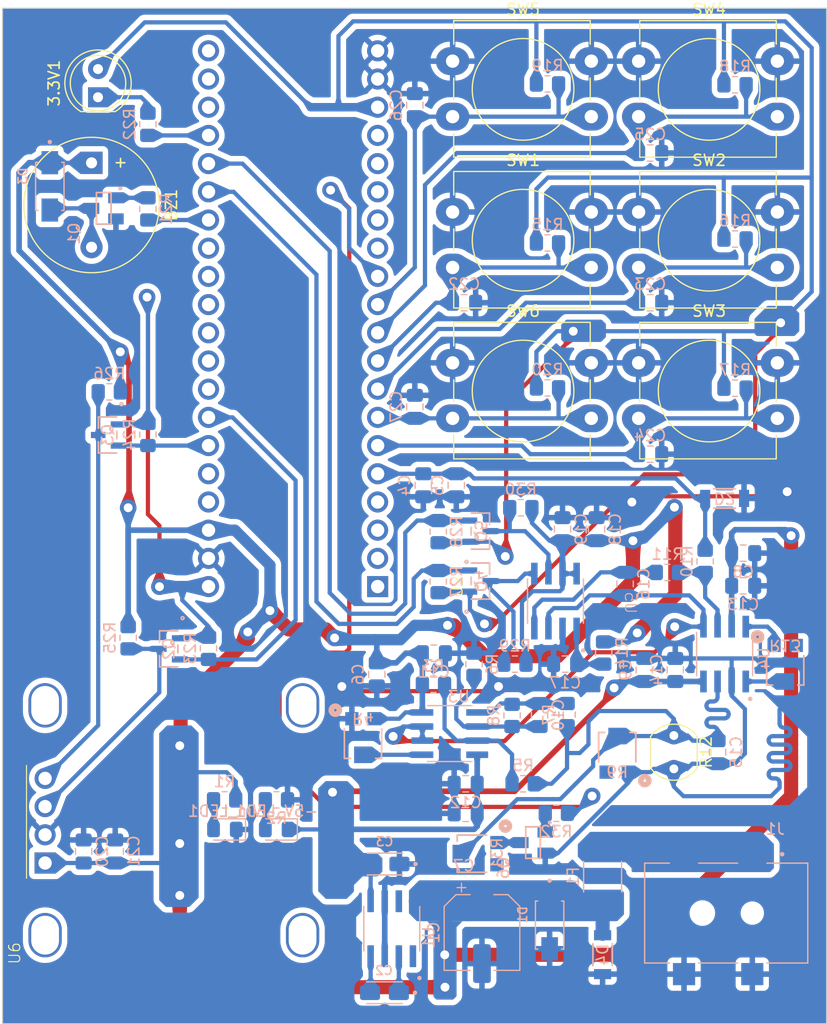
<source format=kicad_pcb>
(kicad_pcb (version 20221018) (generator pcbnew)
  (layers (0 "F.Cu" signal) (31 "B.Cu" signal) (34 "B.Paste" user) (35 "F.Paste" user) (36 "B.SilkS" user "B.Silkscreen") (37 "F.SilkS" user "F.Silkscreen") (38 "B.Mask" user) (39 "F.Mask" user) (44 "Edge.Cuts" user))
  (net 0 "")
  (net 1 "-5V")
  (net 2 "Net-(-5V_LED1-A)")
  (net 3 "Net-(3.3V1-K)")
  (net 4 "+3.3V")
  (net 5 "+5V")
  (net 6 "Net-(BZ1-+)")
  (net 7 "GND")
  (net 8 "Net-(U1-CAP+)")
  (net 9 "Net-(U1-CAP-)")
  (net 10 "ADC_INO")
  (net 11 "Net-(U3-VINA-)")
  (net 12 "Net-(U3-VOUTA)")
  (net 13 "/Measure/CURRENT_SRC")
  (net 14 "VREF")
  (net 15 "ADC_HX71OB")
  (net 16 "Net-(U5-VREF)")
  (net 17 "SW_UP")
  (net 18 "SW_DOWN")
  (net 19 "SW_LEFT")
  (net 20 "SW_RIGHT")
  (net 21 "SW_SET")
  (net 22 "SW_MODE")
  (net 23 "Net-(F1-Pad1)")
  (net 24 "Net-(Q1-Pad1)")
  (net 25 "I2C_SCL")
  (net 26 "SCL_SSD1306")
  (net 27 "I2C_SDA")
  (net 28 "SDA_SSD1306")
  (net 29 "ADC_CLK")
  (net 30 "CLK_HX710B")
  (net 31 "ADC_DATA")
  (net 32 "DATA_HX710B")
  (net 33 "Net-(Vin_LED1-A)")
  (net 34 "Net-(U3-VINA+)")
  (net 35 "Net-(U3-VINB+)")
  (net 36 "/Measure/vout")
  (net 37 "Net-(R13-Pad1)")
  (net 38 "Net-(R13-Pad2)")
  (net 39 "BUZZER")
  (net 40 "LED_INFO")
  (net 46 "Net-(Q6-Pad1)")
  (net 65 "Net-(Q6-Pad3)")
  (net 67 "CHANGE_RESISTOR")
  (footprint "Buzzer_Beeper:Buzzer_12x9.5RM7.6" (layer "F.Cu") (at 72.3122 44.811 -90)
    (fp_text reference "BZ1")
    (fp_text value "Buzzer")
  )
  (footprint "SSD1306_I2C:SSD1306" (layer "F.Cu") (at 68.129 107.8846 90)
    (fp_text reference "U6")
    (fp_text value "SSD1306")
  )
  (footprint "Button_Switch_THT:SW_PUSH-12mm_Wuerth-430476085716" (layer "F.Cu") (at 104.8496 49.2398)
    (fp_text reference "SW1")
    (fp_text value "UP")
  )
  (footprint "Button_Switch_THT:SW_PUSH-12mm_Wuerth-430476085716" (layer "F.Cu") (at 104.8496 62.8288)
    (fp_text reference "SW6")
    (fp_text value "MODE")
  )
  (footprint "Button_Switch_THT:SW_PUSH-12mm_Wuerth-430476085716" (layer "F.Cu") (at 121.6136 35.6508)
    (fp_text reference "SW4")
    (fp_text value "RIGHT")
  )
  (footprint "Button_Switch_THT:SW_PUSH-12mm_Wuerth-430476085716" (layer "F.Cu") (at 121.6136 62.8288)
    (fp_text reference "SW3")
    (fp_text value "LEFT")
  )
  (footprint "Button_Switch_THT:SW_PUSH-12mm_Wuerth-430476085716" (layer "F.Cu") (at 121.6136 49.2398)
    (fp_text reference "SW2")
    (fp_text value "DOWN")
  )
  (footprint "LED_THT:LED_D5.0mm" (layer "F.Cu") (at 72.8964 38.9032 90)
    (fp_text reference "3.3V1")
    (fp_text value "RED")
  )
  (footprint "OptoDevice:R_LDR_5.0x4.1mm_P3mm_Vertical" (layer "F.Cu") (at 124.7886 96.4024 -90)
    (fp_text reference "R12")
    (fp_text value "GL5528")
  )
  (footprint "Bluepill:STM32F103C8T6_BP" (layer "F.Cu") (at 98.0948 82.9818 90)
    (fp_text reference "U2")
    (fp_text value "STM32F103C8T6")
  )
  (footprint "Button_Switch_THT:SW_PUSH-12mm_Wuerth-430476085716" (layer "F.Cu") (at 104.8496 35.6508)
    (fp_text reference "SW5")
    (fp_text value "SET")
  )
  (footprint "ul_EVM-3ESX50B14:EVM-3ESX50B14_PAN" (layer "B.Cu") (at 107.2974 107.045125 -90)
    (fp_text reference "R31")
    (fp_text value "EVM-3E")
  )
  (footprint "Resistor_SMD:R_0805_2012Metric_Pad1.20x1.40mm_HandSolder" (layer "B.Cu") (at 111.2087 100.7472 180)
    (fp_text reference "R5")
    (fp_text value "R_Small_US")
  )
  (footprint "Capacitor_SMD:C_0805_2012Metric_Pad1.18x1.45mm_HandSolder" (layer "B.Cu") (at 124.9156 90.4957 -90)
    (fp_text reference "C14")
    (fp_text value "100nF/50V")
  )
  (footprint "Capacitor_SMD:C_0805_2012Metric_Pad1.18x1.45mm_HandSolder" (layer "B.Cu") (at 112.68535 94.5535 90)
    (fp_text reference "C10")
    (fp_text value "10pF/50V")
  )
  (footprint "Capacitor_SMD:CP_Elec_6.3x5.4" (layer "B.Cu") (at 107.4965 114.1454 -90)
    (fp_text reference "C1")
    (fp_text value "22uF/25V")
  )
  (footprint "Capacitor_SMD:C_0805_2012Metric_Pad1.18x1.45mm_HandSolder" (layer "B.Cu") (at 122.655 57.4148 180)
    (fp_text reference "C23")
    (fp_text value "100nF/50V")
  )
  (footprint "PRT-12748:SPARKFUN_PRT-12748" (layer "B.Cu") (at 129.5051 112.395 180)
    (fp_text reference "J1")
    (fp_text value "JACK-DC")
  )
  (footprint "Capacitor_SMD:C_0805_2012Metric_Pad1.18x1.45mm_HandSolder" (layer "B.Cu") (at 71.601 106.8471 90)
    (fp_text reference "C20")
    (fp_text value "100nF/50V")
  )
  (footprint "TAJA106K016RNJ:CAPMP3216X180N" (layer "B.Cu") (at 98.7589 107.9754 180)
    (fp_text reference "C3")
    (fp_text value "10uF/16V")
  )
  (footprint "Capacitor_SMD:C_0805_2012Metric_Pad1.18x1.45mm_HandSolder" (layer "B.Cu") (at 106.0278 100.7472)
    (fp_text reference "C12")
    (fp_text value "100nF/50V")
  )
  (footprint "Fuse:Fuse_1812_4532Metric_Pad1.30x3.40mm_HandSolder" (layer "B.Cu") (at 118.3677 109.12 -90)
    (fp_text reference "F1")
    (fp_text value "Fuse_Small")
  )
  (footprint "Capacitor_SMD:C_0805_2012Metric_Pad1.18x1.45mm_HandSolder" (layer "B.Cu") (at 101.446 66.7913 -90)
    (fp_text reference "C27")
    (fp_text value "100nF/50V")
  )
  (footprint "Resistor_SMD:R_0805_2012Metric_Pad1.20x1.40mm_HandSolder" (layer "B.Cu") (at 103.5542 82.5354 90)
    (fp_text reference "R27")
    (fp_text value "10k/1%")
  )
  (footprint "Resistor_SMD:R_0805_2012Metric_Pad1.20x1.40mm_HandSolder" (layer "B.Cu") (at 124.2044 81.7092 180)
    (fp_text reference "R11")
    (fp_text value "0/1%")
  )
  (footprint "Capacitor_SMD:C_0805_2012Metric_Pad1.18x1.45mm_HandSolder" (layer "B.Cu") (at 114.7556 77.811 90)
    (fp_text reference "C19")
    (fp_text value "100nF/50V")
  )
  (footprint "Resistor_SMD:R_0805_2012Metric_Pad1.20x1.40mm_HandSolder" (layer "B.Cu") (at 110.9964 75.8806 180)
    (fp_text reference "R30")
    (fp_text value "10k/1%")
  )
  (footprint "Resistor_SMD:R_0805_2012Metric_Pad1.20x1.40mm_HandSolder" (layer "B.Cu") (at 130.3004 37.7806 180)
    (fp_text reference "R18")
    (fp_text value "10k/1%")
  )
  (footprint "Resistor_SMD:R_0805_2012Metric_Pad1.20x1.40mm_HandSolder" (layer "B.Cu") (at 113.4 65.0856 180)
    (fp_text reference "R20")
    (fp_text value "10k/1%")
  )
  (footprint "Resistor_SMD:R_0805_2012Metric_Pad1.20x1.40mm_HandSolder" (layer "B.Cu") (at 77.3922 48.9618 90)
    (fp_text reference "R21")
    (fp_text value "1k/1%")
  )
  (footprint "Resistor_SMD:R_0805_2012Metric_Pad1.20x1.40mm_HandSolder" (layer "B.Cu") (at 106.78 89.9776 90)
    (fp_text reference "R6")
    (fp_text value "R_Small_US")
  )
  (footprint "Resistor_SMD:R_0805_2012Metric_Pad1.20x1.40mm_HandSolder" (layer "B.Cu") (at 73.9124 65.4412 180)
    (fp_text reference "R26")
    (fp_text value "10k/1%")
  )
  (footprint "Resistor_SMD:R_0805_2012Metric_Pad1.20x1.40mm_HandSolder" (layer "B.Cu") (at 115.162 94.516 -90)
    (fp_text reference "R7")
    (fp_text value "R_Small_US")
  )
  (footprint "Resistor_SMD:R_0805_2012Metric_Pad1.20x1.40mm_HandSolder" (layer "B.Cu") (at 130.3004 65.111 180)
    (fp_text reference "R17")
    (fp_text value "10k/1%")
  )
  (footprint "ICL7662CPA:SOIC127P600X175-8N" (layer "B.Cu") (at 99.3685 113.8056 90)
    (fp_text reference "U1")
    (fp_text value "ICL7662CPA")
  )
  (footprint "Capacitor_SMD:C_0805_2012Metric_Pad1.18x1.45mm_HandSolder" (layer "B.Cu") (at 131.0331 79.97)
    (fp_text reference "C8")
    (fp_text value "10uF/6.3V")
  )
  (footprint "ZMM3V9_3V3:ZDO_ZMM_3p5x1p45_STM" (layer "B.Cu") (at 129.3606 75.0424)
    (fp_text reference "D2")
    (fp_text value "ZMM3V3")
  )
  (footprint "Resistor_SMD:R_0805_2012Metric_Pad1.20x1.40mm_HandSolder" (layer "B.Cu") (at 113.4 52.03 180)
    (fp_text reference "R15")
    (fp_text value "10k/1%")
  )
  (footprint "BSN20BKR:SOT23_NEX" (layer "B.Cu") (at 107.35515 82.4846 90)
    (fp_text reference "Q4")
    (fp_text value "BSN20")
  )
  (footprint "Capacitor_SMD:C_0805_2012Metric_Pad1.18x1.45mm_HandSolder" (layer "B.Cu") (at 131.0331 82.9164)
    (fp_text reference "C13")
    (fp_text value "100nF/50V")
  )
  (footprint "Capacitor_SMD:C_0805_2012Metric_Pad1.18x1.45mm_HandSolder" (layer "B.Cu") (at 98.017 90.892 -90)
    (fp_text reference "C6")
    (fp_text value "10uF/6.3V")
  )
  (footprint "Resistor_SMD:R_0805_2012Metric_Pad1.20x1.40mm_HandSolder" (layer "B.Cu") (at 127.608 80.7092 -90)
    (fp_text reference "R10")
    (fp_text value "0/1%")
  )
  (footprint "ZMM3V9_3V3:ZDO_ZMM_3p5x1p45_STM" (layer "B.Cu") (at 118.3677 116.1424 -90)
    (fp_text reference "D4")
    (fp_text value "ZMM5V1")
  )
  (footprint "Resistor_SMD:R_0805_2012Metric_Pad1.20x1.40mm_HandSolder" (layer "B.Cu") (at 103.5542 78.0363 90)
    (fp_text reference "R28")
    (fp_text value "10k/1%")
  )
  (footprint "SS34:DIOM4325X250N" (layer "B.Cu") (at 113.5925 113.4754 -90)
    (fp_text reference "D1")
    (fp_text value "SS34")
  )
  (footprint "MMBT2222A:SOT23" (layer "B.Cu") (at 112.098 106.045 -90)
    (fp_text reference "Q6")
    (fp_text value "MMBT2222A")
  )
  (footprint "Resistor_SMD:R_0805_2012Metric_Pad1.20x1.40mm_HandSolder" (layer "B.Cu") (at 82.8548 88.5458 -90)
    (fp_text reference "R23")
    (fp_text value "10k/1%")
  )
  (footprint "Capacitor_SMD:C_0805_2012Metric_Pad1.18x1.45mm_HandSolder" (layer "B.Cu") (at 122.655 71.0546 180)
    (fp_text reference "C24")
    (fp_text value "100nF/50V")
  )
  (footprint "Resistor_SMD:R_0805_2012Metric_Pad1.20x1.40mm_HandSolder" (layer "B.Cu") (at 77.3922 69.2818 -90)
    (fp_text reference "R24")
    (fp_text value "10k/1%")
  )
  (footprint "HX710B:HX710B" (layer "B.Cu") (at 111.6368 84.4106 90)
    (fp_text reference "U5")
    (fp_text value "HX710B")
  )
  (footprint "Capacitor_SMD:C_0805_2012Metric_Pad1.18x1.45mm_HandSolder" (layer "B.Cu") (at 101.446 39.6133 -90)
    (fp_text reference "C26")
    (fp_text value "100nF/50V")
  )
  (footprint "Resistor_SMD:R_0805_2012Metric_Pad1.20x1.40mm_HandSolder" (layer "B.Cu") (at 77.3922 41.3366 -90)
    (fp_text reference "R22")
    (fp_text value "1k/1%")
  )
  (footprint "Resistor_SMD:R_0805_2012Metric_Pad1.20x1.40mm_HandSolder" (layer "B.Cu") (at 110.463 89.9682 180)
    (fp_text reference "R29")
    (fp_text value "10k/1%")
  )
  (footprint "Capacitor_SMD:C_0805_2012Metric_Pad1.18x1.45mm_HandSolder" (layer "B.Cu") (at 120.3944 82.7386 90)
    (fp_text reference "C16")
    (fp_text value "100nF/50V")
  )
  (footprint "BSN20BKR:SOT23_NEX" (layer "B.Cu") (at 79.2664 88.5933 -90)
    (fp_text reference "Q2")
    (fp_text value "BSN20")
  )
  (footprint "Capacitor_SMD:C_0805_2012Metric_Pad1.18x1.45mm_HandSolder" (layer "B.Cu") (at 102.208 73.8593 -90)
    (fp_text reference "C4")
    (fp_text value "100nF/50V")
  )
  (footprint "Resistor_SMD:R_0805_2012Metric_Pad1.20x1.40mm_HandSolder" (layer "B.Cu") (at 114.1984 103.4034)
    (fp_text reference "R32")
    (fp_text value "1k/1%")
  )
  (footprint "BSN20BKR:SOT23_NEX" (layer "B.Cu") (at 107.35515 77.9888 90)
    (fp_text reference "Q5")
    (fp_text value "BSN20")
  )
  (footprint "Resistor_SMD:R_0805_2012Metric_Pad1.20x1.40mm_HandSolder" (layer "B.Cu") (at 84.3062 102.195 180)
    (fp_text reference "R1")
    (fp_text value "4.7k/1%")
  )
  (footprint "Capacitor_SMD:C_0805_2012Metric_Pad1.18x1.45mm_HandSolder" (layer "B.Cu") (at 106.0278 103.4142)
    (fp_text reference "C7")
    (fp_text value "10uF/6.3V")
  )
  (footprint "Capacitor_SMD:C_0805_2012Metric_Pad1.18x1.45mm_HandSolder" (layer "B.Cu") (at 114.9881 89.9682)
    (fp_text reference "C17")
    (fp_text value "100nF/50V")
  )
  (footprint "Capacitor_SMD:C_0805_2012Metric_Pad1.18x1.45mm_HandSolder" (layer "B.Cu") (at 105.1798 73.8593 -90)
    (fp_text reference "C5")
    (fp_text value "10uF/6.3V")
  )
  (footprint "Resistor_SMD:R_0805_2012Metric_Pad1.20x1.40mm_HandSolder" (layer "B.Cu") (at 110.2087 94.591 -90)
    (fp_text reference "R8")
    (fp_text value "R_Small_US")
  )
  (footprint "ul_EVM-3ESX50B14:EVM-3ESX50B14_PAN" (layer "B.Cu") (at 119.6832 98.1564 180)
    (fp_text reference "R9")
    (fp_text value "EVM-3E")
  )
  (footprint "Resistor_SMD:R_0805_2012Metric_Pad1.20x1.40mm_HandSolder" (layer "B.Cu") (at 75.6142 87.5933 -90)
    (fp_text reference "R25")
    (fp_text value "10k/1%")
  )
  (footprint "Capacitor_SMD:C_0805_2012Metric_Pad1.18x1.45mm_HandSolder" (layer "B.Cu") (at 103.1628 88.987)
    (fp_text reference "C11")
    (fp_text value "100nF/50V")
  )
  (footprint "SS34:DIOM4325X250N" (layer "B.Cu") (at 68.553 46.931 -90)
    (fp_text reference "D3")
    (fp_text value "SS34")
  )
  (footprint "TAJA106K016RNJ:CAPMP3216X180N" (layer "B.Cu") (at 98.7081 119.5714 180)
    (fp_text reference "C2")
    (fp_text value "10uF/16V")
  )
  (footprint "Resistor_SMD:R_0805_2012Metric_Pad1.20x1.40mm_HandSolder" (layer "B.Cu") (at 130.3004 51.6744 180)
    (fp_text reference "R16")
    (fp_text value "10k/1%")
  )
  (footprint "Capacitor_SMD:C_0805_2012Metric_Pad1.18x1.45mm_HandSolder" (layer "B.Cu") (at 74.4458 106.8471 90)
    (fp_text reference "C21")
    (fp_text value "10uF/6.3V")
  )
  (footprint "Resistor_SMD:R_0805_2012Metric_Pad1.20x1.40mm_HandSolder" (layer "B.Cu") (at 88.975 102.195)
    (fp_text reference "R2")
    (fp_text value "4.7k/1%")
  )
  (footprint "MCP6002:SOIC127P599X173-8N" (layer "B.Cu") (at 104.5953 96.226 180)
    (fp_text reference "U3")
    (fp_text value "MCP6002")
  )
  (footprint "Capacitor_SMD:C_0805_2012Metric_Pad1.18x1.45mm_HandSolder" (layer "B.Cu") (at 117.8236 77.811 90)
    (fp_text reference "C18")
    (fp_text value "10uF/6.3V")
  )
  (footprint "ul_EVM-3ESX50B14:EVM-3ESX50B14_PAN" (layer "B.Cu") (at 96.7724 96.4292)
    (fp_text reference "R4")
    (fp_text value "EVM-3ESX50B14")
  )
  (footprint "ul_EVM-3ESX50B14:EVM-3ESX50B14_PAN" (layer "B.Cu") (at 134.8216 89.82505)
    (fp_text reference "R13")
    (fp_text value "EVM-3E")
  )
  (footprint "Capacitor_SMD:C_0805_2012Metric_Pad1.18x1.45mm_HandSolder" (layer "B.Cu") (at 128.7256 97.9024 90)
    (fp_text reference "C15")
    (fp_text value "1uF/16V")
  )
  (footprint "Resistor_SMD:R_0805_2012Metric_Pad1.20x1.40mm_HandSolder" (layer "B.Cu") (at 113.4 37.7044 180)
    (fp_text reference "R19")
    (fp_text value "10k/1%")
  )
  (footprint "LED_SMD:LED_0805_2012Metric_Pad1.15x1.40mm_HandSolder" (layer "B.Cu") (at 89 104.862 180)
    (fp_text reference "-5V_LED1")
    (fp_text value "BLUE")
  )
  (footprint "Capacitor_SMD:C_0805_2012Metric_Pad1.18x1.45mm_HandSolder" (layer "B.Cu") (at 122.655 43.9274 180)
    (fp_text reference "C25")
    (fp_text value "100nF/50V")
  )
  (footprint "BSN20BKR:SOT23_NEX" (layer "B.Cu") (at 73.76 69.3293 -90)
    (fp_text reference "Q3")
    (fp_text value "BSN20")
  )
  (footprint "INA128UA:SOIC127P599X175-8N" (layer "B.Cu") (at 129.3606 89.0632 90)
    (fp_text reference "U4")
    (fp_text value "INA128")
  )
  (footprint "Resistor_SMD:R_0805_2012Metric_Pad1.20x1.40mm_HandSolder" (layer "B.Cu") (at 103.1253 91.781 180)
    (fp_text reference "R3")
    (fp_text value "R_Small_US")
  )
  (footprint "Capacitor_SMD:C_0805_2012Metric_Pad1.18x1.45mm_HandSolder" (layer "B.Cu") (at 122.1216 90.4957 -90)
    (fp_text reference "C9")
    (fp_text value "10uF/6.3V")
  )
  (footprint "LED_SMD:LED_0805_2012Metric_Pad1.15x1.40mm_HandSolder" (layer "B.Cu") (at 84.3312 104.862 180)
    (fp_text reference "Vin_LED1")
    (fp_text value "BLUE")
  )
  (footprint "MMBT2222A:SOT23" (layer "B.Cu") (at 73.4122 48.9118 -90)
    (fp_text reference "Q1")
    (fp_text value "MMBT2222A")
  )
  (footprint "Resistor_SMD:R_0805_2012Metric_Pad1.20x1.40mm_HandSolder" (layer "B.Cu") (at 118.464 88.9682 90)
    (fp_text reference "R14")
    (fp_text value "220/1%")
  )
  (footprint "Capacitor_SMD:C_0805_2012Metric_Pad1.18x1.45mm_HandSolder" (layer "B.Cu") (at 105.8871 57.4148 180)
    (fp_text reference "C22")
    (fp_text value "100nF/50V")
  )
  (gr_rect (start 64.2858 30.8718) (end 138.5554 122.3626) (stroke (width 0.1)) (fill none) (layer "Edge.Cuts"))
  (segment (start 110.4392 101.4222) (end 94.1162 101.4222) (width 0.508) (layer "F.Cu") (net 1))
  (segment (start 119.3292 92.5322) (end 110.4392 101.4222) (width 0.508) (layer "F.Cu") (net 1))
  (segment (start 119.4816 92.5322) (end 119.3292 92.5322) (width 0.508) (layer "F.Cu") (net 1))
  (segment (start 94.1162 101.4222) (end 94.0292 101.5092) (width 0.508) (layer "F.Cu") (net 1))
  (via (at 119.4038 92.1112) (size 1.5) (drill 0.8) (layers "F.Cu" "B.Cu") (net 1))
  (via (at 94.0292 101.5092) (size 1.5) (drill 0.8) (layers "F.Cu" "B.Cu") (net 1))
  (segment (start 119.4038 92.1112) (end 119.9818 91.5332) (width 0.508) (layer "B.Cu") (net 1))
  (segment (start 90.025 104.862) (end 93.1656 104.862) (width 0.381) (layer "B.Cu") (net 1))
  (segment (start 107.0653 103.4142) (end 107.0653 98.131) (width 0.508) (layer "B.Cu") (net 1))
  (segment (start 106.7908 104.8512) (end 94.8436 104.8512) (width 0.508) (layer "B.Cu") (net 1))
  (segment (start 107.0653 103.4142) (end 107.0653 104.5767) (width 0.508) (layer "B.Cu") (net 1))
  (segment (start 119.9818 91.5332) (end 122.1216 91.5332) (width 0.508) (layer "B.Cu") (net 1))
  (segment (start 97.4635 111.3306) (end 97.4635 108.0444) (width 0.381) (layer "B.Cu") (net 1))
  (segment (start 107.0653 104.5767) (end 106.7908 104.8512) (width 0.508) (layer "B.Cu") (net 1))
  (segment (start 127.4556 91.5332) (end 122.1216 91.5332) (width 0.508) (layer "B.Cu") (net 1))
  (segment (start 87.975 104.862) (end 87.975 102.195) (width 0.381) (layer "B.Cu") (net 2))
  (segment (start 76.7776 38.9032) (end 72.8964 38.9032) (width 0.381) (layer "B.Cu") (net 3))
  (segment (start 76.7826 38.8982) (end 76.7776 38.9032) (width 0.381) (layer "B.Cu") (net 3))
  (segment (start 77.3922 39.5078) (end 76.7826 38.8982) (width 0.381) (layer "B.Cu") (net 3))
  (segment (start 77.3922 40.3366) (end 77.3922 39.5078) (width 0.381) (layer "B.Cu") (net 3))
  (segment (start 132.1199 69.1751) (end 132.1199 62.0123) (width 0.381) (layer "F.Cu") (net 4))
  (segment (start 78.4336 77.508484) (end 78.4336 83.3358) (width 0.381) (layer "F.Cu") (net 4))
  (segment (start 109.6772 66.5226) (end 115.7986 60.4012) (width 0.381) (layer "F.Cu") (net 4))
  (segment (start 122.1232 72.8726) (end 128.4224 72.8726) (width 0.381) (layer "F.Cu") (net 4))
  (segment (start 109.6772 80.6958) (end 109.6772 66.5226) (width 0.381) (layer "F.Cu") (net 4))
  (segment (start 107.7976 86.7669) (end 108.2289 86.7669) (width 0.381) (layer "F.Cu") (net 4))
  (segment (start 77.3938 56.9846) (end 77.3938 76.468684) (width 0.381) (layer "F.Cu") (net 4))
  (segment (start 128.4224 72.8726) (end 132.1199 69.1751) (width 0.381) (layer "F.Cu") (net 4))
  (segment (start 108.2289 86.7669) (end 122.1232 72.8726) (width 0.381) (layer "F.Cu") (net 4))
  (segment (start 132.1199 62.0123) (end 134.493 59.6392) (width 0.381) (layer "F.Cu") (net 4))
  (segment (start 77.316 56.9068) (end 77.3938 56.9846) (width 0.381) (layer "F.Cu") (net 4))
  (segment (start 77.3938 76.468684) (end 78.4336 77.508484) (width 0.381) (layer "F.Cu") (net 4))
  (via (at 77.316 56.9068) (size 1.5) (drill 0.8) (layers "F.Cu" "B.Cu") (net 4))
  (via (at 134.4152 59.2182) (size 1.5) (drill 0.8) (layers "F.Cu" "B.Cu") (net 4))
  (via (at 107.7198 86.3459) (size 1.5) (drill 0.8) (layers "F.Cu" "B.Cu") (net 4))
  (via (at 115.7208 59.9802) (size 1.5) (drill 0.8) (layers "F.Cu" "B.Cu") (net 4))
  (via (at 78.4336 82.9926) (size 1.5) (drill 0.8) (layers "F.Cu" "B.Cu") (net 4))
  (via (at 109.5994 80.2748) (size 1.5) (drill 0.8) (layers "F.Cu" "B.Cu") (net 4))
  (segment (start 82.8548 82.9818) (end 80.491 82.9818) (width 1.016) (layer "B.Cu") (net 4))
  (segment (start 112.4 37.7044) (end 112.4 32.0656) (width 0.381) (layer "B.Cu") (net 4))
  (segment (start 77.2972 68.3768) (end 77.3922 68.2818) (width 0.381) (layer "B.Cu") (net 4))
  (segment (start 137.2092 56.4242) (end 137.2092 34.4532) (width 0.381) (layer "B.Cu") (net 4))
  (segment (start 106.40995 85.03605) (end 106.40995 83.4371) (width 0.381) (layer "B.Cu") (net 4))
  (segment (start 110.7678 32.0656) (end 95.8834 32.0656) (width 0.381) (layer "B.Cu") (net 4))
  (segment (start 77.3922 68.2818) (end 77.3922 56.983) (width 0.381) (layer "B.Cu") (net 4))
  (segment (start 78.4444 82.9818) (end 78.4336 82.9926) (width 1.016) (layer "B.Cu") (net 4))
  (segment (start 137.2092 34.4532) (end 134.8216 32.0656) (width 0.381) (layer "B.Cu") (net 4))
  (segment (start 129.3004 32.075) (end 129.3098 32.0656) (width 0.381) (layer "B.Cu") (net 4))
  (segment (start 115.7208 59.9802) (end 114.2476 59.9802) (width 0.381) (layer "B.Cu") (net 4))
  (segment (start 80.491 84.2118) (end 80.491 82.9818) (width 0.381) (layer "B.Cu") (net 4))
  (segment (start 127.3032 32.0656) (end 110.7678 32.0656) (width 0.381) (layer "B.Cu") (net 4))
  (segment (start 80.3066 87.5458) (end 80.2116 87.6408) (width 0.381) (layer "B.Cu") (net 4))
  (segment (start 108.2659 78.9413) (end 109.5994 80.2748) (width 0.381) (layer "B.Cu") (net 4))
  (segment (start 129.3004 65.111) (end 129.3004 59.9962) (width 0.381) (layer "B.Cu") (net 4))
  (segment (start 134.4152 59.2182) (end 133.6532 59.9802) (width 0.381) (layer "B.Cu") (net 4))
  (segment (start 82.8548 87.5458) (end 82.8548 86.5756) (width 0.381) (layer "B.Cu") (net 4))
  (segment (start 106.40995 78.9413) (end 108.2659 78.9413) (width 0.381) (layer "B.Cu") (net 4))
  (segment (start 103.6525 83.4371) (end 103.5542 83.5354) (width 0.381) (layer "B.Cu") (net 4))
  (segment (start 134.8216 32.0656) (end 127.3032 32.0656) (width 0.381) (layer "B.Cu") (net 4))
  (segment (start 92.0626 39.8018) (end 94.5626 39.8018) (width 0.762) (layer "B.Cu") (net 4))
  (segment (start 106.40995 83.4371) (end 103.6525 83.4371) (width 0.381) (layer "B.Cu") (net 4))
  (segment (start 134.4152 59.2182) (end 137.2092 56.4242) (width 0.381) (layer "B.Cu") (net 4))
  (segment (start 129.2844 46.1372) (end 137.2092 46.1372) (width 0.381) (layer "B.Cu") (net 4))
  (segment (start 80.491 82.9818) (end 78.4444 82.9818) (width 1.016) (layer "B.Cu") (net 4))
  (segment (start 129.3004 51.6744) (end 129.2844 51.6584) (width 0.381) (layer "B.Cu") (net 4))
  (segment (start 114.2476 59.9802) (end 112.4 61.8278) (width 0.381) (layer "B.Cu") (net 4))
  (segment (start 133.6532 59.9802) (end 115.7208 59.9802) (width 0.381) (layer "B.Cu") (net 4))
  (segment (start 112.4 47.172) (end 113.4348 46.1372) (width 0.381) (layer "B.Cu") (net 4))
  (segment (start 82.8986 87.5458) (end 80.3066 87.5458) (width 0.381) (layer "B.Cu") (net 4))
  (segment (start 129.3004 37.7806) (end 129.3004 32.075) (width 0.381) (layer "B.Cu") (net 4))
  (segment (start 129.3004 59.9962) (end 129.2844 59.9802) (width 0.381) (layer "B.Cu") (net 4))
  (segment (start 74.7052 68.3768) (end 77.2972 68.3768) (width 0.381) (layer "B.Cu") (net 4))
  (segment (start 112.4 61.8278) (end 112.4 65.0856) (width 0.381) (layer "B.Cu") (net 4))
  (segment (start 106.31495 79.0363) (end 106.40995 78.9413) (width 0.381) (layer "B.Cu") (net 4))
  (segment (start 129.2844 51.6584) (end 129.2844 46.1372) (width 0.381) (layer "B.Cu") (net 4))
  (segment (start 94.5626 39.8018) (end 98.0948 39.8018) (width 0.762) (layer "B.Cu") (net 4))
  (segment (start 84.4172 32.1564) (end 92.0626 39.8018) (width 0.381) (layer "B.Cu") (net 4))
  (segment (start 113.4348 46.1372) (end 129.2844 46.1372) (width 0.381) (layer "B.Cu") (net 4))
  (segment (start 112.4 52.03) (end 112.4 47.172) (width 0.381) (layer "B.Cu") (net 4))
  (segment (start 77.3922 56.983) (end 77.316 56.9068) (width 0.381) (layer "B.Cu") (net 4))
  (segment (start 77.1032 32.1564) (end 84.4172 32.1564) (width 0.381) (layer "B.Cu") (net 4))
  (segment (start 107.7198 86.3459) (end 106.40995 85.03605) (width 0.381) (layer "B.Cu") (net 4))
  (segment (start 112.4 32.0656) (end 110.7678 32.0656) (width 0.381) (layer "B.Cu") (net 4))
  (segment (start 94.5626 33.3864) (end 94.5626 39.8018) (width 0.381) (layer "B.Cu") (net 4))
  (segment (start 127.6334 32.0656) (end 127.3032 32.0656) (width 0.381) (layer "B.Cu") (net 4))
  (segment (start 72.8964 36.3632) (end 77.1032 32.1564) (width 0.381) (layer "B.Cu") (net 4))
  (segment (start 82.8548 86.5756) (end 80.491 84.2118) (width 0.381) (layer "B.Cu") (net 4))
  (segment (start 103.5542 79.0363) (end 106.31495 79.0363) (width 0.381) (layer "B.Cu") (net 4))
  (segment (start 95.8834 32.0656) (end 94.5626 33.3864) (width 0.381) (layer "B.Cu") (net 4))
  (segment (start 94.215258 87.612723) (end 93.445135 86.8426) (width 1.27) (layer "F.Cu") (net 5))
  (segment (start 124.9172 76.251) (end 124.9172 83.7276) (width 1.27) (layer "F.Cu") (net 5))
  (segment (start 114.3 89.2556) (end 107.7468 89.2556) (width 1.27) (layer "F.Cu") (net 5))
  (segment (start 104.14 116.1542) (end 121.071529 116.1542) (width 1.27) (layer "F.Cu") (net 5))
  (segment (start 90.0814 86.8426) (end 88.3904 85.1516) (width 1.27) (layer "F.Cu") (net 5))
  (segment (start 86.3965 87.0693) (end 86.3965 87.6697) (width 1.27) (layer "F.Cu") (net 5))
  (segment (start 74.9808 62.2554) (end 75.692 62.9666) (width 0.508) (layer "F.Cu") (net 5))
  (segment (start 80.3402 93.726) (end 80.3402 97.2404) (width 1.27) (layer "F.Cu") (net 5))
  (segment (start 93.445135 86.8426) (end 90.0814 86.8426) (width 1.27) (layer "F.Cu") (net 5))
  (segment (start 121.071529 116.1542) (end 135.355 101.870729) (width 1.27) (layer "F.Cu") (net 5))
  (segment (start 80.2624 113.4824) (end 85.852 119.072) (width 1.27) (layer "F.Cu") (net 5))
  (segment (start 75.692 62.9666) (end 75.692 76.3016) (width 0.508) (layer "F.Cu") (net 5))
  (segment (start 135.4328 78.8162) (end 135.4328 79.655614) (width 0.508) (layer "F.Cu") (net 5))
  (segment (start 121.1056 82.45) (end 114.3 89.2556) (width 1.27) (layer "F.Cu") (net 5))
  (segment (start 124.9172 83.7276) (end 121.4866 87.1582) (width 1.27) (layer "F.Cu") (net 5))
  (segment (start 104.9636 86.4724) (end 104.3924 86.4724) (width 1.27) (layer "F.Cu") (net 5))
  (segment (start 80.2624 110.8056) (end 80.2624 113.4824) (width 1.27) (layer "F.Cu") (net 5))
  (segment (start 86.3965 87.6697) (end 80.3402 93.726) (width 1.27) (layer "F.Cu") (net 5))
  (segment (start 85.852 119.072) (end 104.1654 119.072) (width 1.27) (layer "F.Cu") (net 5))
  (segment (start 135.355 101.870729) (end 135.355 78.3952) (width 1.27) (layer "F.Cu") (net 5))
  (segment (start 121.1056 78.8524) (end 121.1056 82.45) (width 1.27) (layer "F.Cu") (net 5))
  (segment (start 107.7468 89.2556) (end 104.9636 86.4724) (width 1.27) (layer "F.Cu") (net 5))
  (segment (start 80.3402 97.2404) (end 80.2624 97.3182) (width 1.27) (layer "F.Cu") (net 5))
  (via (at 135.355 78.3952) (size 1.5) (drill 0.8) (layers "F.Cu" "B.Cu") (net 5))
  (via (at 74.903 61.8344) (size 1.5) (drill 0.8) (layers "F.Cu" "B.Cu") (net 5))
  (via (at 88.3904 85.1516) (size 1.5) (drill 0.8) (layers "F.Cu" "B.Cu") (net 5))
  (via (at 121.1056 78.8524) (size 1.5) (drill 0.8) (layers "F.Cu" "B.Cu") (net 5))
  (via (at 86.3965 87.0693) (size 1.5) (drill 0.8) (layers "F.Cu" "B.Cu") (net 5))
  (via (at 94.215258 87.612723) (size 1.5) (drill 0.8) (layers "F.Cu" "B.Cu") (net 5))
  (via (at 104.3924 86.4724) (size 1.5) (drill 0.8) (layers "F.Cu" "B.Cu") (net 5))
  (via (at 80.2624 110.8056) (size 1.5) (drill 0.8) (layers "F.Cu" "B.Cu") (net 5))
  (via (at 80.2624 106.132) (size 1.5) (drill 0.8) (layers "F.Cu" "B.Cu") (net 5))
  (via (at 104.14 116.1542) (size 1.5) (drill 0.8) (layers "F.Cu" "B.Cu") (net 5))
  (via (at 121.4866 87.1582) (size 1.5) (drill 0.8) (layers "F.Cu" "B.Cu") (net 5))
  (via (at 80.2624 97.3182) (size 1.5) (drill 0.8) (layers "F.Cu" "B.Cu") (net 5))
  (via (at 124.8394 75.83) (size 1.5) (drill 0.8) (layers "F.Cu" "B.Cu") (net 5))
  (via (at 75.6142 75.8806) (size 1.5) (drill 0.8) (layers "F.Cu" "B.Cu") (net 5))
  (via (at 104.1654 119.072) (size 1.5) (drill 0.8) (layers "F.Cu" "B.Cu") (net 5))
  (segment (start 100.1506 87.7678) (end 101.446 86.4724) (width 1.016) (layer "B.Cu") (net 5))
  (segment (start 68.563 44.811) (end 68.553 44.801) (width 0.381) (layer "B.Cu") (net 5))
  (segment (start 104.1654 111.325) (end 107.4761 111.325) (width 1.27) (layer "B.Cu") (net 5))
  (segment (start 80.2624 106.132) (end 80.2624 99.7058) (width 1.016) (layer "B.Cu") (net 5))
  (segment (start 88.3142 85.1516) (end 86.3965 87.0693) (width 1.016) (layer "B.Cu") (net 5))
  (segment (start 111.098 84.3642) (end 112.0632 83.399) (width 0.381) (layer "B.Cu") (net 5))
  (segment (start 107.4761 111.325) (end 107.4965 111.3454) (width 1.27) (layer "B.Cu") (net 5))
  (segment (start 111.9964 75.8806) (end 111.9964 77.2616) (width 0.381) (layer "B.Cu") (net 5))
  (segment (start 122.0456 78.6238) (end 121.3342 78.6238) (width 1.016) (layer "B.Cu") (net 5))
  (segment (start 65.7844 52.7158) (end 65.7844 45.7054) (width 0.508) (layer "B.Cu") (net 5))
  (segment (start 100.6332 88.987) (end 99.7657 89.8545) (width 0.508) (layer "B.Cu") (net 5))
  (segment (start 75.6142 86.5933) (end 75.6142 80.5034) (width 0.508) (layer "B.Cu") (net 5))
  (segment (start 121.1056 78.8524) (end 120.199 78.8524) (width 0.508) (layer "B.Cu") (net 5))
  (segment (start 94.370335 87.7678) (end 94.215258 87.612723) (width 1.016) (layer "B.Cu") (net 5))
  (segment (start 120.6766 87.9682) (end 121.4866 87.1582) (width 0.508) (layer "B.Cu") (net 5))
  (segment (start 74.903 61.8344) (end 74.9124 61.8438) (width 0.508) (layer "B.Cu") (net 5))
  (segment (start 88.3904 85.1516) (end 88.3142 85.1516) (width 0.508) (layer "B.Cu") (net 5))
  (segment (start 85.23 77.9018) (end 88.3904 81.0622) (width 1.016) (layer "B.Cu") (net 5))
  (segment (start 88.3904 81.0622) (end 88.3904 85.0754) (width 1.016) (layer "B.Cu") (net 5))
  (segment (start 118.3677 111.345) (end 118.3677 114.2628) (width 1.27) (layer "B.Cu") (net 5))
  (segment (start 102.1253 94.321) (end 102.1253 88.987) (width 0.508) (layer "B.Cu") (net 5))
  (segment (start 118.3677 111.345) (end 107.4969 111.345) (width 1.27) (layer "B.Cu") (net 5))
  (segment (start 124.8394 75.83) (end 122.0456 78.6238) (width 1.016) (layer "B.Cu") (net 5))
  (segment (start 134.8216 77.8618) (end 135.355 78.3952) (width 0.508) (layer "B.Cu") (net 5))
  (segment (start 107.4969 111.345) (end 107.4965 111.3454) (width 1.27) (layer "B.Cu") (net 5))
  (segment (start 74.903 61.8344) (end 65.7844 52.7158) (width 0.508) (layer "B.Cu") (net 5))
  (segment (start 102.1786 111.3306) (end 102.1842 111.325) (width 0.508) (layer "B.Cu") (net 5))
  (segment (start 84.4788 99.7058) (end 80.2624 99.7058) (width 0.381) (layer "B.Cu") (net 5))
  (segment (start 111.098 88.1742) (end 111.098 84.3642) (width 0.381) (layer "B.Cu") (net 5))
  (segment (start 74.4458 107.8846) (end 68.129 107.8846) (width 0.381) (layer "B.Cu") (net 5))
  (segment (start 74.9124 61.8438) (end 74.9124 65.4412) (width 0.508) (layer "B.Cu") (net 5))
  (segment (start 114.527 83.399) (end 114.7556 83.1704) (width 0.381) (layer "B.Cu") (net 5))
  (segment (start 111.463 89.9682) (end 111.463 88.5392) (width 0.381) (layer "B.Cu") (net 5))
  (segment (start 114.7556 81.8152) (end 114.7556 78.8485) (width 0.508) (layer "B.Cu") (net 5))
  (segment (start 114.7556 83.1704) (end 114.7556 81.8152) (width 0.381) (layer "B.Cu") (net 5))
  (segment (start 100.6078 94.321) (end 100.04265 94.88615) (width 0.381) (layer "B.Cu") (net 5))
  (segment (start 102.1253 94.321) (end 100.6078 94.321) (width 0.381) (layer "B.Cu") (net 5))
  (segment (start 120.199 78.8524) (end 120.1951 78.8485) (width 0.508) (layer "B.Cu") (net 5))
  (segment (start 104.14 116.1542) (end 104.1654 116.1796) (width 1.27) (layer "B.Cu") (net 5))
  (segment (start 80.2624 99.7058) (end 80.2624 97.3182) (width 1.016) (layer "B.Cu") (net 5))
  (segment (start 80.2624 110.8056) (end 80.2624 106.132) (width 1.016) (layer "B.Cu") (net 5))
  (segment (start 112.0632 83.399) (end 114.527 83.399) (width 0.381) (layer "B.Cu") (net 5))
  (segment (start 102.1253 88.987) (end 100.6332 88.987) (width 0.508) (layer "B.Cu") (net 5))
  (segment (start 104.1654 116.1288) (end 104.14 116.1542) (width 1.27) (layer "B.Cu") (net 5))
  (segment (start 102.1842 111.325) (end 104.1654 111.325) (width 1.27) (layer "B.Cu") (net 5))
  (segment (start 101.446 86.4724) (end 104.3924 86.4724) (width 1.016) (layer "B.Cu") (net 5))
  (segment (start 98.017 89.8545) (end 98.017 87.922877) (width 0.508) (layer "B.Cu") (net 5))
  (segment (start 65.7844 45.7054) (end 66.6888 44.801) (width 0.508) (layer "B.Cu") (net 5))
  (segment (start 101.2735 111.3306) (end 102.1786 111.3306) (width 0.762) (layer "B.Cu") (net 5))
  (segment (start 104.1654 116.1796) (end 104.1654 119.072) (width 1.27) (layer "B.Cu") (net 5))
  (segment (start 75.6142 80.5034) (end 75.6142 77.9018) (width 0.508) (layer "B.Cu") (net 5))
  (segment (start 98.017 87.922877) (end 97.861923 87.7678) (width 0.508) (layer "B.Cu") (net 5))
  (segment (start 113.5833 78.8485) (end 114.7556 78.8485) (width 0.381) (layer "B.Cu") (net 5))
  (segment (start 100.04265 94.88615) (end 97.772525 94.88615) (width 0.381) (layer "B.Cu") (net 5))
  (segment (start 75.6142 77.9018) (end 82.8548 77.9018) (width 0.508) (layer "B.Cu") (net 5))
  (segment (start 82.8548 77.9018) (end 85.23 77.9018) (width 1.016) (layer "B.Cu") (net 5))
  (segment (start 130.3004 77.8618) (end 134.8216 77.8618) (width 0.508) (layer "B.Cu") (net 5))
  (segment (start 72.3122 44.811) (end 68.563 44.811) (width 0.381) (layer "B.Cu") (net 5))
  (segment (start 129.9956 86.5932) (end 129.9956 79.97) (width 0.508) (layer "B.Cu") (net 5))
  (segment (start 85.3062 100.5332) (end 84.4788 99.7058) (width 0.381) (layer "B.Cu") (net 5))
  (segment (start 111.9964 77.2616) (end 113.5833 78.8485) (width 0.381) (layer "B.Cu") (net 5))
  (segment (start 111.463 88.5392) (end 111.098 88.1742) (width 0.381) (layer "B.Cu") (net 5))
  (segment (start 118.464 87.9682) (end 120.6766 87.9682) (width 0.508) (layer "B.Cu") (net 5))
  (segment (start 104.1654 111.325) (end 104.1654 116.1288) (width 1.27) (layer "B.Cu") (net 5))
  (segment (start 114.7556 78.8485) (end 117.8236 78.8485) (width 0.508) (layer "B.Cu") (net 5))
  (segment (start 129.9956 79.97) (end 129.9956 78.1666) (width 0.508) (layer "B.Cu") (net 5))
  (segment (start 121.3342 78.6238) (end 121.1056 78.8524) (width 1.016) (layer "B.Cu") (net 5))
  (segment (start 75.6142 80.5034) (end 75.6142 75.8806) (width 0.508) (layer "B.Cu") (net 5))
  (segment (start 80.237 107.8846) (end 74.4458 107.8846) (width 0.381) (layer "B.Cu") (net 5))
  (segment (start 97.861923 87.7678) (end 94.370335 87.7678) (width 1.016) (layer "B.Cu") (net 5))
  (segment (start 116.0256 81.8152) (end 114.7556 81.8152) (width 0.381) (layer "B.Cu") (net 5))
  (segment (start 85.3062 102.195) (end 85.3062 100.5332) (width 0.381) (layer "B.Cu") (net 5))
  (segment (start 99.7657 89.8545) (end 98.017 89.8545) (width 0.508) (layer "B.Cu") (net 5))
  (segment (start 80.2624 107.91) (end 80.237 107.8846) (width 0.381) (layer "B.Cu") (net 5))
  (segment (start 129.9956 78.1666) (end 130.3004 77.8618) (width 0.508) (layer "B.Cu") (net 5))
  (segment (start 66.6888 44.801) (end 68.553 44.801) (width 0.508) (layer "B.Cu") (net 5))
  (segment (start 97.861923 87.7678) (end 100.1506 87.7678) (width 1.016) (layer "B.Cu") (net 5))
  (segment (start 120.1951 78.8485) (end 117.8236 78.8485) (width 0.508) (layer "B.Cu") (net 5))
  (segment (start 72.3122 48.9118) (end 68.7058 48.9118) (width 0.381) (layer "B.Cu") (net 6))
  (segment (start 72.3122 48.9118) (end 72.3122 52.411) (width 0.381) (layer "B.Cu") (net 6))
  (segment (start 68.7058 48.9118) (end 68.553 49.0646) (width 0.381) (layer "B.Cu") (net 6))
  (segment (start 121.0818 75.7936) (end 122.0216 74.8538) (width 0.381) (layer "F.Cu") (net 7))
  (segment (start 109.0676 92.4052) (end 94.9452 92.4052) (width 0.381) (layer "F.Cu") (net 7))
  (segment (start 122.0216 74.8538) (end 135.0772 74.8538) (width 0.381) (layer "F.Cu") (net 7))
  (via (at 134.9994 74.4328) (size 1.5) (drill 0.8) (layers "F.Cu" "B.Cu") (net 7))
  (via (at 94.8674 91.9842) (size 1.5) (drill 0.8) (layers "F.Cu" "B.Cu") (net 7))
  (via (at 121.004 75.3726) (size 1.5) (drill 0.8) (layers "F.Cu" "B.Cu") (net 7))
  (via (at 108.9898 91.9842) (size 1.5) (drill 0.8) (layers "F.Cu" "B.Cu") (net 7))
  (segment (start 125.981 99.4024) (end 124.7886 99.4024) (width 0.381) (layer "B.Cu") (net 7))
  (segment (start 134.3136 96.4546) (end 134.917043 96.4546) (width 0.381) (layer "B.Cu") (net 7))
  (segment (start 129.9956 91.5332) (end 129.9956 89.4598) (width 0.381) (layer "B.Cu") (net 7))
  (segment (start 133.710148 97.9786) (end 134.3136 97.9786) (width 0.381) (layer "B.Cu") (net 7))
  (segment (start 122.9838 99.4024) (end 124.7886 99.4024) (width 0.381) (layer "B.Cu") (net 7))
  (segment (start 124.7886 99.4024) (end 124.7886 101.0012) (width 0.381) (layer "B.Cu") (net 7))
  (segment (start 113.198 106.995) (end 114.3406 106.995) (width 0.381) (layer "B.Cu") (net 7))
  (segment (start 129.9972 89.4582) (end 132.1556 89.4582) (width 0.381) (layer "B.Cu") (net 7))
  (segment (start 133.9326 99.5026) (end 134.917052 99.5026) (width 0.381) (layer "B.Cu") (net 7))
  (segment (start 133.710151 96.4546) (end 134.3136 96.4546) (width 0.381) (layer "B.Cu") (net 7))
  (segment (start 124.7886 101.0012) (end 125.6522 101.8648) (width 0.381) (layer "B.Cu") (net 7))
  (segment (start 134.3136 97.9786) (end 134.917052 97.9786) (width 0.381) (layer "B.Cu") (net 7))
  (segment (start 134.3136 94.47176) (end 134.3136 94.0416) (width 0.381) (layer "B.Cu") (net 7))
  (segment (start 132.6642 89.9668) (end 134.1628 89.9668) (width 0.381) (layer "B.Cu") (net 7))
  (segment (start 134.3136 98.7406) (end 133.710148 98.7406) (width 0.381) (layer "B.Cu") (net 7))
  (segment (start 134.917043 95.6926) (end 134.6946 95.6926) (width 0.381) (layer "B.Cu") (net 7))
  (segment (start 130.2789 98.9399) (end 128.5224 98.9399) (width 0.381) (layer "B.Cu") (net 7))
  (segment (start 129.9956 92.8224) (end 131.1894 94.0162) (width 0.381) (layer "B.Cu") (net 7))
  (segment (start 134.3136 101.1028) (end 134.3136 100.6456) (width 0.381) (layer "B.Cu") (net 7))
  (segment (start 133.5516 101.8648) (end 134.3136 101.1028) (width 0.381) (layer "B.Cu") (net 7))
  (segment (start 129.9956 89.4598) (end 129.9972 89.4582) (width 0.381) (layer "B.Cu") (net 7))
  (segment (start 122.68675 99.69945) (end 122.9838 99.4024) (width 0.381) (layer "B.Cu") (net 7))
  (segment (start 98.7335 116.2806) (end 98.7335 111.3306) (width 0.508) (layer "B.Cu") (net 7))
  (segment (start 129.9956 91.5332) (end 129.9956 92.8224) (width 0.381) (layer "B.Cu") (net 7))
  (segment (start 120.683325 99.69945) (end 122.68675 99.69945) (width 0.381) (layer "B.Cu") (net 7))
  (segment (start 132.1556 89.4582) (end 132.6642 89.9668) (width 0.381) (layer "B.Cu") (net 7))
  (segment (start 124.9156 89.4582) (end 129.9972 89.4582) (width 0.381) (layer "B.Cu") (net 7))
  (segment (start 134.917052 98.7406) (end 134.3136 98.7406) (width 0.381) (layer "B.Cu") (net 7))
  (segment (start 131.1894 94.0162) (end 131.1894 98.0294) (width 0.381) (layer "B.Cu") (net 7))
  (segment (start 134.3136 95.3116) (end 134.3136 94.47176) (width 0.381) (layer "B.Cu") (net 7))
  (segment (start 104.9903 103.4142) (end 104.9903 100.7472) (width 0.381) (layer "B.Cu") (net 7))
  (segment (start 125.6522 101.8648) (end 133.5516 101.8648) (width 0.381) (layer "B.Cu") (net 7))
  (segment (start 134.917052 97.2166) (end 134.3136 97.2166) (width 0.381) (layer "B.Cu") (net 7))
  (segment (start 114.3406 106.995) (end 120.683325 100.652275) (width 0.381) (layer "B.Cu") (net 7))
  (segment (start 128.7256 98.9399) (end 126.4435 98.9399) (width 0.381) (layer "B.Cu") (net 7))
  (segment (start 134.3136 97.2166) (end 133.710151 97.2166) (width 0.381) (layer "B.Cu") (net 7))
  (segment (start 120.683325 100.652275) (end 120.683325 99.69945) (width 0.381) (layer "B.Cu") (net 7))
  (segment (start 133.710148 99.5026) (end 133.9326 99.5026) (width 0.381) (layer "B.Cu") (net 7))
  (segment (start 133.9326 100.2646) (end 133.710148 100.2646) (width 0.381) (layer "B.Cu") (net 7))
  (segment (start 131.1894 98.0294) (end 130.2789 98.9399) (width 0.381) (layer "B.Cu") (net 7))
  (segment (start 102.208 74.8968) (end 105.1798 74.8968) (width 0.381) (layer "B.Cu") (net 7))
  (segment (start 126.4435 98.9399) (end 125.981 99.4024) (width 0.381) (layer "B.Cu") (net 7))
  (arc (start 133.329148 98.3596) (mid 133.44074 98.090192) (end 133.710148 97.9786) (width 0.381) (layer "B.Cu") (net 7))
  (arc (start 135.298052 97.5976) (mid 135.18646 97.328192) (end 134.917052 97.2166) (width 0.381) (layer "B.Cu") (net 7))
  (arc (start 134.6946 95.6926) (mid 134.425192 95.581008) (end 134.3136 95.3116) (width 0.381) (layer "B.Cu") (net 7))
  (arc (start 134.917043 96.4546) (mid 135.186451 96.343008) (end 135.298043 96.0736) (width 0.381) (layer "B.Cu") (net 7))
  (arc (start 133.329148 99.8836) (mid 133.44074 99.614192) (end 133.710148 99.5026) (width 0.381) (layer "B.Cu") (net 7))
  (arc (start 133.710151 97.2166) (mid 133.440743 97.105008) (end 133.329151 96.8356) (width 0.381) (layer "B.Cu") (net 7))
  (arc (start 134.3136 100.6456) (mid 134.202008 100.376192) (end 133.9326 100.2646) (width 0.381) (layer "B.Cu") (net 7))
  (arc (start 134.917052 97.9786) (mid 135.18646 97.867008) (end 135.298052 97.5976) (width 0.381) (layer "B.Cu") (net 7))
  (arc (start 135.298043 96.0736) (mid 135.186451 95.804192) (end 134.917043 95.6926) (width 0.381) (layer "B.Cu") (net 7))
  (arc (start 133.329151 96.8356) (mid 133.440743 96.566192) (end 133.710151 96.4546) (width 0.381) (layer "B.Cu") (net 7))
  (arc (start 133.710148 98.7406) (mid 133.44074 98.629008) (end 133.329148 98.3596) (width 0.381) (layer "B.Cu") (net 7))
  (arc (start 133.710148 100.2646) (mid 133.44074 100.153008) (end 133.329148 99.8836) (width 0.381) (layer "B.Cu") (net 7))
  (arc (start 135.298052 99.1216) (mid 135.18646 98.852192) (end 134.917052 98.7406) (width 0.381) (layer "B.Cu") (net 7))
  (arc (start 134.917052 99.5026) (mid 135.18646 99.391008) (end 135.298052 99.1216) (width 0.381) (layer "B.Cu") (net 7))
  (segment (start 100.0035 119.5668) (end 100.0081 119.5714) (width 0.381) (layer "B.Cu") (net 8))
  (segment (start 100.0035 116.2806) (end 100.0035 119.5668) (width 0.381) (layer "B.Cu") (net 8))
  (segment (start 97.4635 119.516) (end 97.4081 119.5714) (width 0.381) (layer "B.Cu") (net 9))
  (segment (start 97.4635 116.2806) (end 97.4635 119.516) (width 0.381) (layer "B.Cu") (net 9))
  (segment (start 127.608 75.0424) (end 126.759084 75.0424) (width 0.381) (layer "B.Cu") (net 10))
  (segment (start 127.608 79.7092) (end 127.608 75.0424) (width 0.381) (layer "B.Cu") (net 10))
  (segment (start 106.78 73.239) (end 106.3628 72.8218) (width 0.381) (layer "B.Cu") (net 10))
  (segment (start 126.759084 75.0424) (end 124.955684 73.239) (width 0.381) (layer "B.Cu") (net 10))
  (segment (start 106.3628 72.8218) (end 105.1798 72.8218) (width 0.381) (layer "B.Cu") (net 10))
  (segment (start 124.955684 73.239) (end 106.78 73.239) (width 0.381) (layer "B.Cu") (net 10))
  (segment (start 105.1798 72.8218) (end 98.0948 72.8218) (width 0.381) (layer "B.Cu") (net 10))
  (segment (start 106.78 92.1874) (end 105.1798 93.7876) (width 0.381) (layer "B.Cu") (net 11))
  (segment (start 105.1798 93.7876) (end 105.1798 94.9052) (width 0.381) (layer "B.Cu") (net 11))
  (segment (start 105.8656 95.591) (end 107.0653 95.591) (width 0.381) (layer "B.Cu") (net 11))
  (segment (start 106.78 90.9776) (end 106.78 92.1874) (width 0.381) (layer "B.Cu") (net 11))
  (segment (start 107.0653 95.591) (end 112.68535 95.591) (width 0.381) (layer "B.Cu") (net 11))
  (segment (start 105.1798 94.9052) (end 105.8656 95.591) (width 0.381) (layer "B.Cu") (net 11))
  (segment (start 115.162 93.516) (end 112.68535 93.516) (width 0.381) (layer "B.Cu") (net 12))
  (segment (start 107.0653 94.321) (end 108.3802 94.321) (width 0.381) (layer "B.Cu") (net 12))
  (segment (start 109.1852 93.516) (end 112.68535 93.516) (width 0.381) (layer "B.Cu") (net 12))
  (segment (start 108.3802 94.321) (end 109.1852 93.516) (width 0.381) (layer "B.Cu") (net 12))
  (segment (start 128.1066 93.3304) (end 128.3446 93.3304) (width 0.381) (layer "B.Cu") (net 13))
  (segment (start 113.890176 102.1334) (end 113.888676 102.1319) (width 0.381) (layer "B.Cu") (net 13))
  (segment (start 118.0322 94.194) (end 117.0924 95.1338) (width 0.381) (layer "B.Cu") (net 13))
  (segment (start 116.305 97.9786) (end 115.162 97.9786) (width 0.381) (layer "B.Cu") (net 13))
  (segment (start 124.7886 96.4024) (end 124.7886 94.9052) (width 0.381) (layer "B.Cu") (net 13))
  (segment (start 117.0924 97.1912) (end 116.305 97.9786) (width 0.381) (layer "B.Cu") (net 13))
  (segment (start 115.162 97.9786) (end 115.162 97.8516) (width 0.381) (layer "B.Cu") (net 13))
  (segment (start 128.3446 94.8544) (end 129.3446 94.8544) (width 0.381) (layer "B.Cu") (net 13))
  (segment (start 124.0774 94.194) (end 118.0322 94.194) (width 0.381) (layer "B.Cu") (net 13))
  (segment (start 112.506624 102.1334) (end 110.676033 102.1334) (width 0.381) (layer "B.Cu") (net 13))
  (segment (start 117.514675 99.172725) (end 114.554 102.1334) (width 0.381) (layer "B.Cu") (net 13))
  (segment (start 113.888676 102.1319) (end 112.508124 102.1319) (width 0.381) (layer "B.Cu") (net 13))
  (segment (start 126.4943 96.8649) (end 126.0318 96.4024) (width 0.381) (layer "B.Cu") (net 13))
  (segment (start 117.0924 95.1338) (end 117.0924 97.1912) (width 0.381) (layer "B.Cu") (net 13))
  (segment (start 105.764308 107.045125) (end 105.58925 107.045125) (width 0.381) (layer "B.Cu") (net 13))
  (segment (start 128.1066 94.8544) (end 128.3446 94.8544) (width 0.381) (layer "B.Cu") (net 13))
  (segment (start 126.0318 96.4024) (end 124.7886 96.4024) (width 0.381) (layer "B.Cu") (net 13))
  (segment (start 124.74275 96.44825) (end 124.7886 96.4024) (width 0.381) (layer "B.Cu") (net 13))
  (segment (start 128.7256 92.9494) (end 128.7256 92.050069) (width 0.381) (layer "B.Cu") (net 13))
  (segment (start 128.7256 92.050069) (end 128.7256 91.5332) (width 0.381) (layer "B.Cu") (net 13))
  (segment (start 115.162 97.8516) (end 115.162 95.516) (width 0.381) (layer "B.Cu") (net 13))
  (segment (start 114.554 102.1334) (end 113.890176 102.1334) (width 0.381) (layer "B.Cu") (net 13))
  (segment (start 115.162 99.3502) (end 115.162 97.9786) (width 0.381) (layer "B.Cu") (net 13))
  (segment (start 119.6832 96.44825) (end 117.514675 98.616775) (width 0.381) (layer "B.Cu") (net 13))
  (segment (start 117.514675 98.616775) (end 117.514675 99.172725) (width 0.381) (layer "B.Cu") (net 13))
  (segment (start 119.6832 96.44825) (end 124.74275 96.44825) (width 0.381) (layer "B.Cu") (net 13))
  (segment (start 112.2087 100.7472) (end 113.765 100.7472) (width 0.381) (layer "B.Cu") (net 13))
  (segment (start 128.3446 95.6164) (end 128.1066 95.6164) (width 0.381) (layer "B.Cu") (net 13))
  (segment (start 128.7256 96.8649) (end 128.7256 95.9974) (width 0.381) (layer "B.Cu") (net 13))
  (segment (start 129.3446 94.0924) (end 128.7256 94.0924) (width 0.381) (layer "B.Cu") (net 13))
  (segment (start 128.7256 94.0924) (end 128.1066 94.0924) (width 0.381) (layer "B.Cu") (net 13))
  (segment (start 112.508124 102.1319) (end 112.506624 102.1334) (width 0.381) (layer "B.Cu") (net 13))
  (segment (start 113.765 100.7472) (end 115.162 99.3502) (width 0.381) (layer "B.Cu") (net 13))
  (segment (start 128.7256 96.8649) (end 126.4943 96.8649) (width 0.381) (layer "B.Cu") (net 13))
  (segment (start 124.7886 94.9052) (end 124.0774 94.194) (width 0.381) (layer "B.Cu") (net 13))
  (segment (start 110.676033 102.1334) (end 105.764308 107.045125) (width 0.381) (layer "B.Cu") (net 13))
  (arc (start 128.1066 94.0924) (mid 127.837192 93.980808) (end 127.7256 93.7114) (width 0.381) (layer "B.Cu") (net 13))
  (arc (start 128.1066 95.6164) (mid 127.837192 95.504808) (end 127.7256 95.2354) (width 0.381) (layer "B.Cu") (net 13))
  (arc (start 129.3446 94.8544) (mid 129.614008 94.742808) (end 129.7256 94.4734) (width 0.381) (layer "B.Cu") (net 13))
  (arc (start 128.3446 93.3304) (mid 128.614008 93.218808) (end 128.7256 92.9494) (width 0.381) (layer "B.Cu") (net 13))
  (arc (start 127.7256 93.7114) (mid 127.837192 93.441992) (end 128.1066 93.3304) (width 0.381) (layer "B.Cu") (net 13))
  (arc (start 127.7256 95.2354) (mid 127.837192 94.965992) (end 128.1066 94.8544) (width 0.381) (layer "B.Cu") (net 13))
  (arc (start 129.7256 94.4734) (mid 129.614008 94.203992) (end 129.3446 94.0924) (width 0.381) (layer "B.Cu") (net 13))
  (arc (start 128.7256 95.9974) (mid 128.614008 95.727992) (end 128.3446 95.6164) (width 0.381) (layer "B.Cu") (net 13))
  (segment (start 109.5248 96.901) (end 117.5251 88.9007) (width 0.381) (layer "F.Cu") (net 14))
  (segment (start 117.5251 88.9007) (end 123.0623 88.9007) (width 0.381) (layer "F.Cu") (net 14))
  (segment (start 99.568 96.901) (end 109.5248 96.901) (width 0.381) (layer "F.Cu") (net 14))
  (segment (start 123.0623 88.9007) (end 124.9426 87.0204) (width 0.381) (layer "F.Cu") (net 14))
  (via (at 99.4902 96.48) (size 1.5) (drill 0.8) (layers "F.Cu" "B.Cu") (net 14))
  (via (at 124.8648 86.5994) (size 1.5) (drill 0.8) (layers "F.Cu" "B.Cu") (net 14))
  (segment (start 127.4556 86.5932) (end 127.4556 85.05) (width 0.381) (layer "B.Cu") (net 14))
  (segment (start 113.4856 85.4056) (end 113.4856 86.7652) (width 0.381) (layer "B.Cu") (net 14))
  (segment (start 102.1253 96.861) (end 102.1253 95.591) (width 0.381) (layer "B.Cu") (net 14))
  (segment (start 120.3944 83.7761) (end 117.20636 83.7761) (width 0.381) (layer "B.Cu") (net 14))
  (segment (start 124.871 86.5932) (end 124.8648 86.5994) (width 0.381) (layer "B.Cu") (net 14))
  (segment (start 127.4556 86.5932) (end 124.871 86.5932) (width 0.381) (layer "B.Cu") (net 14))
  (segment (start 100.3792 95.591) (end 99.4902 96.48) (width 0.381) (layer "B.Cu") (net 14))
  (segment (start 102.1253 95.591) (end 100.3792 95.591) (width 0.381) (layer "B.Cu") (net 14))
  (segment (start 117.20636 83.7761) (end 116.05946 84.923) (width 0.381) (layer "B.Cu") (net 14))
  (segment (start 127.4556 85.05) (end 126.1817 83.7761) (width 0.381) (layer "B.Cu") (net 14))
  (segment (start 126.1817 83.7761) (end 120.3944 83.7761) (width 0.381) (layer "B.Cu") (net 14))
  (segment (start 113.9682 84.923) (end 113.4856 85.4056) (width 0.381) (layer "B.Cu") (net 14))
  (segment (start 116.05946 84.923) (end 113.9682 84.923) (width 0.381) (layer "B.Cu") (net 14))
  (segment (start 120.3944 81.7011) (end 118.20373 81.7011) (width 0.381) (layer "B.Cu") (net 15))
  (segment (start 115.74383 84.161) (end 112.9268 84.161) (width 0.381) (layer "B.Cu") (net 15))
  (segment (start 123.1963 81.7011) (end 123.2044 81.7092) (width 0.381) (layer "B.Cu") (net 15))
  (segment (start 112.9268 84.161) (end 112.2156 84.8722) (width 0.381) (layer "B.Cu") (net 15))
  (segment (start 118.20373 81.7011) (end 115.74383 84.161) (width 0.381) (layer "B.Cu") (net 15))
  (segment (start 112.2156 84.8722) (end 112.2156 86.7652) (width 0.381) (layer "B.Cu") (net 15))
  (segment (start 120.3944 81.7011) (end 123.1963 81.7011) (width 0.381) (layer "B.Cu") (net 15))
  (segment (start 116.0256 89.9682) (end 116.0256 86.7652) (width 0.381) (layer "B.Cu") (net 16))
  (segment (start 118.464 89.9682) (end 116.0256 89.9682) (width 0.381) (layer "B.Cu") (net 16))
  (segment (start 114.4 54.2144) (end 114.3746 54.2398) (width 0.381) (layer "B.Cu") (net 17))
  (segment (start 104.8496 57.4148) (end 103.3418 57.4148) (width 0.381) (layer "B.Cu") (net 17))
  (segment (start 114.3746 54.2398) (end 117.3496 54.2398) (width 0.381) (layer "B.Cu") (net 17))
  (segment (start 114.4 52.03) (end 114.4 54.2144) (width 0.381) (layer "B.Cu") (net 17))
  (segment (start 104.8496 54.2398) (end 114.3746 54.2398) (width 0.381) (layer "B.Cu") (net 17))
  (segment (start 103.3418 57.4148) (end 98.0948 62.6618) (width 0.381) (layer "B.Cu") (net 17))
  (segment (start 104.8496 57.4148) (end 104.8496 54.2398) (width 0.381) (layer "B.Cu") (net 17))
  (segment (start 131.3004 54.173) (end 131.3672 54.2398) (width 0.381) (layer "B.Cu") (net 18))
  (segment (start 109.0914 59.777) (end 111.4536 57.4148) (width 0.381) (layer "B.Cu") (net 18))
  (segment (start 121.6175 54.2437) (end 121.6136 54.2398) (width 0.381) (layer "B.Cu") (net 18))
  (segment (start 98.0948 65.2018) (end 103.5196 59.777) (width 0.381) (layer "B.Cu") (net 18))
  (segment (start 121.6175 57.4148) (end 121.6175 54.2437) (width 0.381) (layer "B.Cu") (net 18))
  (segment (start 134.1136 54.2398) (end 131.3672 54.2398) (width 0.381) (layer "B.Cu") (net 18))
  (segment (start 103.5196 59.777) (end 109.0914 59.777) (width 0.381) (layer "B.Cu") (net 18))
  (segment (start 111.4536 57.4148) (end 121.6175 57.4148) (width 0.381) (layer "B.Cu") (net 18))
  (segment (start 131.3004 51.6744) (end 131.3004 54.173) (width 0.381) (layer "B.Cu") (net 18))
  (segment (start 131.3672 54.2398) (end 121.6136 54.2398) (width 0.381) (layer "B.Cu") (net 18))
  (segment (start 134.1136 67.8288) (end 131.291 67.8288) (width 0.381) (layer "B.Cu") (net 19))
  (segment (start 98.0948 70.2818) (end 111.0872 70.2818) (width 0.381) (layer "B.Cu") (net 19))
  (segment (start 131.3004 65.111) (end 131.3004 67.8194) (width 0.381) (layer "B.Cu") (net 19))
  (segment (start 121.6175 71.0546) (end 121.6175 67.8327) (width 0.381) (layer "B.Cu") (net 19))
  (segment (start 121.6175 67.8327) (end 121.6136 67.8288) (width 0.381) (layer "B.Cu") (net 19))
  (segment (start 111.0872 70.2818) (end 111.86 71.0546) (width 0.381) (layer "B.Cu") (net 19))
  (segment (start 111.86 71.0546) (end 121.6175 71.0546) (width 0.381) (layer "B.Cu") (net 19))
  (segment (start 131.3004 67.8194) (end 131.291 67.8288) (width 0.381) (layer "B.Cu") (net 19))
  (segment (start 131.291 67.8288) (end 121.6136 67.8288) (width 0.381) (layer "B.Cu") (net 19))
  (segment (start 102.3604 46.7976) (end 105.2306 43.9274) (width 0.381) (layer "B.Cu") (net 20))
  (segment (start 134.1136 40.6508) (end 131.3418 40.6508) (width 0.381) (layer "B.Cu") (net 20))
  (segment (start 131.3004 37.7806) (end 131.3004 40.6094) (width 0.381) (layer "B.Cu") (net 20))
  (segment (start 102.3604 55.8562) (end 102.3604 46.7976) (width 0.381) (layer "B.Cu") (net 20))
  (segment (start 98.0948 60.1218) (end 102.3604 55.8562) (width 0.381) (layer "B.Cu") (net 20))
  (segment (start 131.3418 40.6508) (end 121.6136 40.6508) (width 0.381) (layer "B.Cu") (net 20))
  (segment (start 131.3004 40.6094) (end 131.3418 40.6508) (width 0.381) (layer "B.Cu") (net 20))
  (segment (start 121.6175 43.9274) (end 121.6175 40.6547) (width 0.381) (layer "B.Cu") (net 20))
  (segment (start 105.2306 43.9274) (end 121.6175 43.9274) (width 0.381) (layer "B.Cu") (net 20))
  (segment (start 121.6175 40.6547) (end 121.6136 40.6508) (width 0.381) (layer "B.Cu") (net 20))
  (segment (start 114.4254 40.6508) (end 101.446 40.6508) (width 0.381) (layer "B.Cu") (net 21))
  (segment (start 101.446 54.2306) (end 101.446 40.6508) (width 0.381) (layer "B.Cu") (net 21))
  (segment (start 114.4 37.7044) (end 114.4 40.6254) (width 0.381) (layer "B.Cu") (net 21))
  (segment (start 114.4 40.6254) (end 114.4254 40.6508) (width 0.381) (layer "B.Cu") (net 21))
  (segment (start 98.0948 57.5818) (end 101.446 54.2306) (width 0.381) (layer "B.Cu") (net 21))
  (segment (start 117.3496 40.6508) (end 114.4254 40.6508) (width 0.381) (layer "B.Cu") (net 21))
  (segment (start 114.4 67.8034) (end 114.3746 67.8288) (width 0.381) (layer "B.Cu") (net 22))
  (segment (start 114.3746 67.8288) (end 101.446 67.8288) (width 0.381) (layer "B.Cu") (net 22))
  (segment (start 114.4 65.0856) (end 114.4 67.8034) (width 0.381) (layer "B.Cu") (net 22))
  (segment (start 117.3496 67.8288) (end 114.3746 67.8288) (width 0.381) (layer "B.Cu") (net 22))
  (segment (start 98.1818 67.8288) (end 98.0948 67.7418) (width 0.381) (layer "B.Cu") (net 22))
  (segment (start 101.446 67.8288) (end 98.1818 67.8288) (width 0.381) (layer "B.Cu") (net 22))
  (segment (start 77.3922 47.9618) (end 74.5122 47.9618) (width 0.381) (layer "B.Cu") (net 24))
  (segment (start 90.7018 73.4168) (end 85.0268 67.7418) (width 0.381) (layer "B.Cu") (net 25))
  (segment (start 85.0268 67.7418) (end 82.8548 67.7418) (width 0.381) (layer "B.Cu") (net 25))
  (segment (start 90.7018 86.0152) (end 90.7018 73.4168) (width 0.381) (layer "B.Cu") (net 25))
  (segment (start 87.1712 89.5458) (end 90.7018 86.0152) (width 0.381) (layer "B.Cu") (net 25))
  (segment (start 80.2116 89.5458) (end 87.1712 89.5458) (width 0.381) (layer "B.Cu") (net 25))
  (segment (start 78.41915 88.5933) (end 75.6142 88.5933) (width 0.381) (layer "B.Cu") (net 26))
  (segment (start 78.41915 92.51445) (end 68.129 102.8046) (width 0.381) (layer "B.Cu") (net 26))
  (segment (start 78.41915 88.5933) (end 78.41915 92.51445) (width 0.381) (layer "B.Cu") (net 26))
  (segment (start 82.8548 70.2818) (end 74.7052 70.2818) (width 0.381) (layer "B.Cu") (net 27))
  (segment (start 68.129 100.2646) (end 72.91275 95.48085) (width 0.381) (layer "B.Cu") (net 28))
  (segment (start 72.9124 65.4412) (end 72.91275 65.44155) (width 0.381) (layer "B.Cu") (net 28))
  (segment (start 72.91275 95.48085) (end 72.91275 69.3293) (width 0.381) (layer "B.Cu") (net 28))
  (segment (start 72.91275 65.44155) (end 72.91275 69.3293) (width 0.381) (layer "B.Cu") (net 28))
  (segment (start 103.5575 81.5321) (end 103.5542 81.5354) (width 0.381) (layer "B.Cu") (net 29))
  (segment (start 103.5542 81.5354) (end 102.0904 81.5354) (width 0.381) (layer "B.Cu") (net 29))
  (segment (start 92.5814 84.3388) (end 92.5814 54.8878) (width 0.381) (layer "B.Cu") (net 29))
  (segment (start 101.3444 84.8214) (end 99.8204 86.3454) (width 0.381) (layer "B.Cu") (net 29))
  (segment (start 102.0904 81.5354) (end 101.3444 82.2814) (width 0.381) (layer "B.Cu") (net 29))
  (segment (start 92.5814 54.8878) (end 85.1154 47.4218) (width 0.381) (layer "B.Cu") (net 29))
  (segment (start 94.588 86.3454) (end 92.5814 84.3388) (width 0.381) (layer "B.Cu") (net 29))
  (segment (start 99.8204 86.3454) (end 94.588 86.3454) (width 0.381) (layer "B.Cu") (net 29))
  (segment (start 101.3444 82.2814) (end 101.3444 84.8214) (width 0.381) (layer "B.Cu") (net 29))
  (segment (start 85.1154 47.4218) (end 82.8548 47.4218) (width 0.381) (layer "B.Cu") (net 29))
  (segment (start 106.40995 81.5321) (end 103.5575 81.5321) (width 0.381) (layer "B.Cu") (net 29))
  (segment (start 110.336 85.2532) (end 108.2024 83.1196) (width 0.381) (layer "B.Cu") (net 30))
  (segment (start 110.336 88.1742) (end 110.336 85.2532) (width 0.381) (layer "B.Cu") (net 30))
  (segment (start 109.463 89.9682) (end 109.463 89.0472) (width 0.381) (layer "B.Cu") (net 30))
  (segment (start 109.463 89.0472) (end 110.336 88.1742) (width 0.381) (layer "B.Cu") (net 30))
  (segment (start 108.2024 83.1196) (end 108.2024 82.4846) (width 0.381) (layer "B.Cu") (net 30))
  (segment (start 111.3864 81.8152) (end 110.717 82.4846) (width 0.381) (layer "B.Cu") (net 30))
  (segment (start 110.717 82.4846) (end 108.2024 82.4846) (width 0.381) (layer "B.Cu") (net 30))
  (segment (start 112.2156 81.8152) (end 111.3864 81.8152) (width 0.381) (layer "B.Cu") (net 30))
  (segment (start 99.65717 85.431) (end 95.6548 85.431) (width 0.381) (layer "B.Cu") (net 31))
  (segment (start 100.5824 84.50577) (end 99.65717 85.431) (width 0.381) (layer "B.Cu") (net 31))
  (segment (start 101.6619 77.0363) (end 100.5824 78.1158) (width 0.381) (layer "B.Cu") (net 31))
  (segment (start 85.9028 44.8818) (end 82.8548 44.8818) (width 0.381) (layer "B.Cu") (net 31))
  (segment (start 100.5824 78.1158) (end 100.5824 84.50577) (width 0.381) (layer "B.Cu") (net 31))
  (segment (start 93.7768 52.7558) (end 85.9028 44.8818) (width 0.381) (layer "B.Cu") (net 31))
  (segment (start 93.7768 83.553) (end 93.7768 52.7558) (width 0.381) (layer "B.Cu") (net 31))
  (segment (start 103.5542 77.0363) (end 101.6619 77.0363) (width 0.381) (layer "B.Cu") (net 31))
  (segment (start 106.40995 77.0363) (end 103.5542 77.0363) (width 0.381) (layer "B.Cu") (net 31))
  (segment (start 95.6548 85.431) (end 93.7768 83.553) (width 0.381) (layer "B.Cu") (net 31))
  (segment (start 113.4856 81.8152) (end 113.4856 80.097) (width 0.381) (layer "B.Cu") (net 32))
  (segment (start 109.9964 77.8966) (end 109.9042 77.9888) (width 0.381) (layer "B.Cu") (net 32))
  (segment (start 113.4856 80.097) (end 111.3774 77.9888) (width 0.381) (layer "B.Cu") (net 32))
  (segment (start 109.9964 75.8806) (end 109.9964 77.8966) (width 0.381) (layer "B.Cu") (net 32))
  (segment (start 111.3774 77.9888) (end 109.9042 77.9888) (width 0.381) (layer "B.Cu") (net 32))
  (segment (start 109.9042 77.9888) (end 108.2024 77.9888) (width 0.381) (layer "B.Cu") (net 32))
  (segment (start 83.3062 104.862) (end 83.3062 102.195) (width 0.381) (layer "B.Cu") (net 33))
  (segment (start 105.2052 96.861) (end 107.0653 96.861) (width 0.381) (layer "B.Cu") (net 34))
  (segment (start 110.2087 98.1053) (end 110.2087 100.7472) (width 0.381) (layer "B.Cu") (net 34))
  (segment (start 104.1253 91.781) (end 104.1253 95.7811) (width 0.381) (layer "B.Cu") (net 34))
  (segment (start 108.9644 96.861) (end 110.2087 98.1053) (width 0.381) (layer "B.Cu") (net 34))
  (segment (start 107.0653 96.861) (end 108.9644 96.861) (width 0.381) (layer "B.Cu") (net 34))
  (segment (start 104.1253 95.7811) (end 105.2052 96.861) (width 0.381) (layer "B.Cu") (net 34))
  (segment (start 102.11895 98.13735) (end 102.1253 98.131) (width 0.381) (layer "B.Cu") (net 35))
  (segment (start 96.7724 98.13735) (end 102.11895 98.13735) (width 0.381) (layer "B.Cu") (net 35))
  (segment (start 128.7256 85.0754) (end 127.608 83.9578) (width 0.381) (layer "B.Cu") (net 36))
  (segment (start 127.608 81.7092) (end 125.2044 81.7092) (width 0.381) (layer "B.Cu") (net 36))
  (segment (start 128.7256 86.5932) (end 128.7256 85.0754) (width 0.381) (layer "B.Cu") (net 36))
  (segment (start 127.608 83.9578) (end 127.608 81.7092) (width 0.381) (layer "B.Cu") (net 36))
  (segment (start 133.2152 86.5932) (end 131.2656 86.5932) (width 0.381) (layer "B.Cu") (net 37))
  (segment (start 133.821475 87.199475) (end 133.2152 86.5932) (width 0.381) (layer "B.Cu") (net 37))
  (segment (start 133.821475 88.282) (end 133.821475 87.199475) (width 0.381) (layer "B.Cu") (net 37))
  (segment (start 134.8216 91.5332) (end 131.2656 91.5332) (width 0.381) (layer "B.Cu") (net 38))
  (segment (start 82.8548 49.9618) (end 77.3922 49.9618) (width 0.381) (layer "B.Cu") (net 39))
  (segment (start 77.3974 42.3418) (end 77.3922 42.3366) (width 0.381) (layer "B.Cu") (net 40))
  (segment (start 82.8548 42.3418) (end 77.3974 42.3418) (width 0.381) (layer "B.Cu") (net 40))
  (segment (start 113.198 103.4038) (end 113.1984 103.4034) (width 0.381) (layer "B.Cu") (net 46))
  (segment (start 113.198 105.095) (end 113.198 103.4038) (width 0.381) (layer "B.Cu") (net 46))
  (segment (start 110.998 106.045) (end 108.84045 106.045) (width 0.381) (layer "B.Cu") (net 65))
  (segment (start 93.9038 47.2694) (end 93.853 47.2694) (width 0.381) (layer "F.Cu") (net 67))
  (segment (start 93.853 47.2186) (end 93.853 47.2186) (width 0.381) (layer "F.Cu") (net 67))
  (segment (start 93.4581 102.8307) (end 89.2575 98.6301) (width 0.381) (layer "F.Cu") (net 67))
  (segment (start 92.053477 88.934223) (end 95.185377 88.934223) (width 0.381) (layer "F.Cu") (net 67))
  (segment (start 116.3967 102.8307) (end 93.4581 102.8307) (width 0.381) (layer "F.Cu") (net 67))
  (segment (start 95.185377 88.934223) (end 95.536758 88.582842) (width 0.381) (layer "F.Cu") (net 67))
  (segment (start 93.853 47.2694) (end 93.853 47.2186) (width 0.381) (layer "F.Cu") (net 67))
  (segment (start 95.536758 88.582842) (end 95.536758 48.902358) (width 0.381) (layer "F.Cu") (net 67))
  (segment (start 116.84 102.3874) (end 117.4242 101.854) (width 0.381) (layer "F.Cu") (net 67))
  (segment (start 89.2575 91.7302) (end 92.053477 88.934223) (width 0.381) (layer "F.Cu") (net 67))
  (segment (start 89.2575 98.6301) (end 89.2575 91.7302) (width 0.381) (layer "F.Cu") (net 67))
  (segment (start 95.536758 48.902358) (end 93.9038 47.2694) (width 0.381) (layer "F.Cu") (net 67))
  (segment (start 117.4242 101.854) (end 116.3967 102.8307) (width 0.381) (layer "F.Cu") (net 67))
  (via (at 117.4242 101.854) (size 1.5) (drill 0.8) (layers "F.Cu" "B.Cu") (net 67))
  (via (at 93.853 47.2694) (size 1.5) (drill 0.8) (layers "F.Cu" "B.Cu") (net 67))
  (segment (start 95.5294 48.9458) (end 95.5294 52.4764) (width 0.381) (layer "B.Cu") (net 67))
  (segment (start 93.853 47.2186) (end 93.853 47.2694) (width 0.381) (layer "B.Cu") (net 67))
  (segment (start 93.853 47.2694) (end 95.5294 48.9458) (width 0.381) (layer "B.Cu") (net 67))
  (segment (start 115.1984 103.4034) (end 115.8748 103.4034) (width 0.381) (layer "B.Cu") (net 67))
  (segment (start 115.8748 103.4034) (end 117.4242 101.854) (width 0.381) (layer "B.Cu") (net 67))
  (segment (start 95.5294 52.4764) (end 98.0948 55.0418) (width 0.381) (layer "B.Cu") (net 67))
  (zone (net 1) (net_name "-5V") (layer "B.Cu") (priority 4) (connect_pads yes (clearance 0.5)) (min_thickness 0.25) (fill yes (thermal_gap 0.5) (thermal_bridge_width 0.5) (island_removal_mode 1) (island_area_min 9.999998))
    (polygon (pts (xy 98.5266 107.4642) (xy 98.044 106.9816) (xy 96.8248 106.9816) (xy 95.9612 106.118) (xy 95.9612 101.0888) (xy 95.377 100.5046) (xy 93.3958 100.5046) (xy 92.7354 101.165) (xy 92.7354 110.436) (xy 93.4212 111.1218) (xy 95.3008 111.1218) (xy 95.9612 110.4614) (xy 95.9612 109.8772) (xy 96.7486 109.0898) (xy 98.0948 109.0898) (xy 98.5266 108.658)))
  )
  (zone (net 7) (net_name "GND") (layer "B.Cu") (connect_pads (clearance 0.5)) (min_thickness 0.25) (fill yes (thermal_gap 0.5) (thermal_bridge_width 0.5))
    (polygon (pts (xy 138.557 122.3518) (xy 64.2874 122.3518) (xy 64.2874 30.8864) (xy 138.557 30.8864)))
    (polygon (pts (xy 98.044 117.3734) (xy 98.044 118.5164) (xy 98.3742 118.8466) (xy 99.0092 118.8466) (xy 99.441 118.4148) (xy 99.441 117.2718) (xy 99.187 117.0178) (xy 98.3996 117.0178)))
    (polygon (pts (xy 96.1644 112.7506) (xy 96.1644 114.5032) (xy 96.6216 114.9604) (xy 102.0572 114.9604) (xy 102.3366 114.681) (xy 102.3366 112.7252) (xy 101.6508 112.0394) (xy 96.8756 112.0394)))
    (polygon (pts (xy 116.5098 92.9132) (xy 116.5098 97.8916) (xy 114.2746 100.1268) (xy 114.2746 107.5436) (xy 114.6302 107.8992) (xy 115.2652 107.8992) (xy 115.7732 107.3912) (xy 115.7732 106.0196) (xy 119.126 102.6668) (xy 135.2042 102.6668) (xy 136.8044 101.0666) (xy 136.8044 96.4946) (xy 132.8166 92.5068) (xy 116.9162 92.5068)))
    (polygon (pts (xy 83.8454 103.2002) (xy 83.8454 103.7844) (xy 84.1756 104.1146) (xy 85.9536 104.1146) (xy 86.2838 103.7844) (xy 86.2838 103.1748) (xy 85.9028 102.7938) (xy 84.2518 102.7938)))
    (polygon (pts (xy 89.1032 102.8954) (xy 88.6968 103.3018) (xy 88.6968 103.886) (xy 88.8492 104.0384) (xy 90.9066 104.0384) (xy 91.1352 103.8098) (xy 91.1352 103.2002) (xy 90.8304 102.8954)))
    (polygon (pts (xy 126.492 87.9602) (xy 126.492 89.916) (xy 126.7968 90.2208) (xy 132.1816 90.2208) (xy 132.4356 89.9668) (xy 132.4356 87.8078) (xy 132.2324 87.6046) (xy 126.8476 87.6046)))
    (polygon (pts (xy 102.7938 73.5584) (xy 102.7684 73.533) (xy 102.7684 73.9648) (xy 103.0224 74.2188) (xy 104.3686 74.2188) (xy 104.609129 73.978271) (xy 104.609129 73.39027) (xy 104.472459 73.2536) (xy 103.0986 73.2536)))
    (polygon (pts (xy 75.1586 48.8442) (xy 75.1586 50.1904) (xy 75.3872 50.419) (xy 76.581 50.419) (xy 77.0128 49.9872) (xy 77.0128 48.7426) (xy 76.5048 48.2346) (xy 75.7682 48.2346)))
  )
  (zone (net 4) (net_name "+3.3V") (layer "B.Cu") (priority 4) (connect_pads yes (clearance 0.5)) (min_thickness 0.25) (fill yes (thermal_gap 0.5) (thermal_bridge_width 0.5) (island_removal_mode 1) (island_area_min 9.999998))
    (polygon (pts (xy 114.6286 59.396) (xy 115.0858 58.9388) (xy 118.2862 58.9388) (xy 118.6672 59.3198) (xy 118.6672 60.5136) (xy 118.2354 60.9454) (xy 114.8318 60.9454) (xy 114.6286 60.7422)))
  )
  (zone (net 5) (net_name "+5V") (layer "B.Cu") (priority 1) (connect_pads (clearance 0.5)) (min_thickness 0.25) (fill yes (thermal_gap 0.5) (thermal_bridge_width 0.5))
    (polygon (pts (xy 102.1588 112.7252) (xy 103.124 113.6904) (xy 103.124 119.9388) (xy 103.378 120.1928) (xy 104.902 120.1928) (xy 105.2068 119.888) (xy 105.2068 113.665) (xy 106.1466 112.7252)))
  )
  (zone (net 5) (net_name "+5V") (layer "B.Cu") (priority 4) (connect_pads yes (clearance 0.5)) (min_thickness 0.25) (fill yes (thermal_gap 0.5) (thermal_bridge_width 0.5) (island_removal_mode 1) (island_area_min 9.999998))
    (polygon (pts (xy 79.0178 111.847) (xy 78.4082 111.2374) (xy 78.4082 96.2006) (xy 79.1194 95.4894) (xy 81.3038 95.4894) (xy 81.9642 96.1498) (xy 81.9642 111.0088) (xy 81.126 111.847)))
  )
  (zone (net 4) (net_name "+3.3V") (layer "B.Cu") (priority 4) (connect_pads yes (clearance 0.5)) (min_thickness 0.25) (fill yes (thermal_gap 0.5) (thermal_bridge_width 0.5) (island_removal_mode 1) (island_area_min 9.999998))
    (polygon (pts (xy 132.053 58.8626) (xy 133.2214 57.6942) (xy 135.4312 57.6942) (xy 136.0916 58.3546) (xy 136.0916 59.9802) (xy 135.6598 60.412) (xy 132.2562 60.412) (xy 132.053 60.2088)))
  )
  (zone (net 23) (net_name "Net-(F1-Pad1)") (layer "B.Cu") (priority 4) (connect_pads yes (clearance 0.5)) (min_thickness 0.25) (fill yes (thermal_gap 0.5) (thermal_bridge_width 0.5) (island_removal_mode 1) (island_area_min 9.999998))
    (polygon (pts (xy 133.8072 106.1688) (xy 133.8072 108.3532) (xy 133.4516 108.7088) (xy 120.9802 108.7088) (xy 120.9802 108.3532) (xy 120.4468 107.8198) (xy 116.6368 107.8198) (xy 116.1288 107.3118) (xy 116.1288 105.7878) (xy 116.84 105.0766) (xy 132.715 105.0766)))
  )
  (zone (net 5) (net_name "+5V") (layer "B.Cu") (priority 4) (connect_pads yes (clearance 0.5)) (min_thickness 0.25) (fill yes (thermal_gap 0.5) (thermal_bridge_width 0.5) (island_removal_mode 1) (island_area_min 9.999998))
    (polygon (pts (xy 115.7224 109.4454) (xy 116.5606 110.2836) (xy 120.0404 110.2836) (xy 120.2944 110.5376) (xy 120.2944 112.5188) (xy 119.6848 113.1284) (xy 101.6254 113.1284) (xy 100.9142 112.4172) (xy 100.9142 110.3598) (xy 101.8286 109.4454)))
  )
)
</source>
